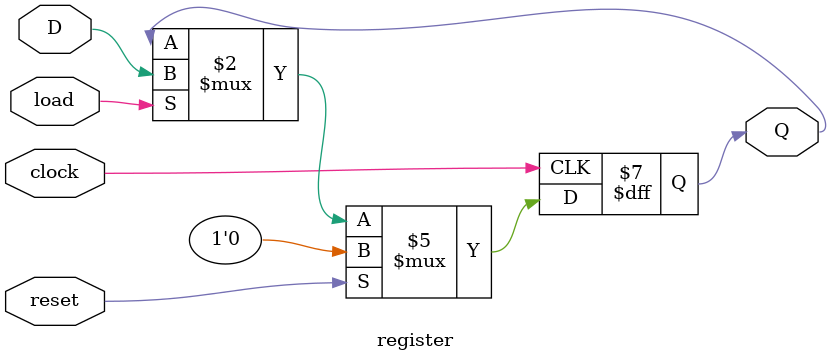
<source format=sv>
`timescale 1ns / 1ps
/*registro simple de 1 bit con carga condicional y seganles rst y load sincronos*/
module register(
    input logic D, reset, load, clock,
    output logic Q);
    always_ff@(posedge clock) begin
        if (reset)
            Q <= 1'b0;
        else if (load)
            Q <= D;
     end
   
endmodule

</source>
